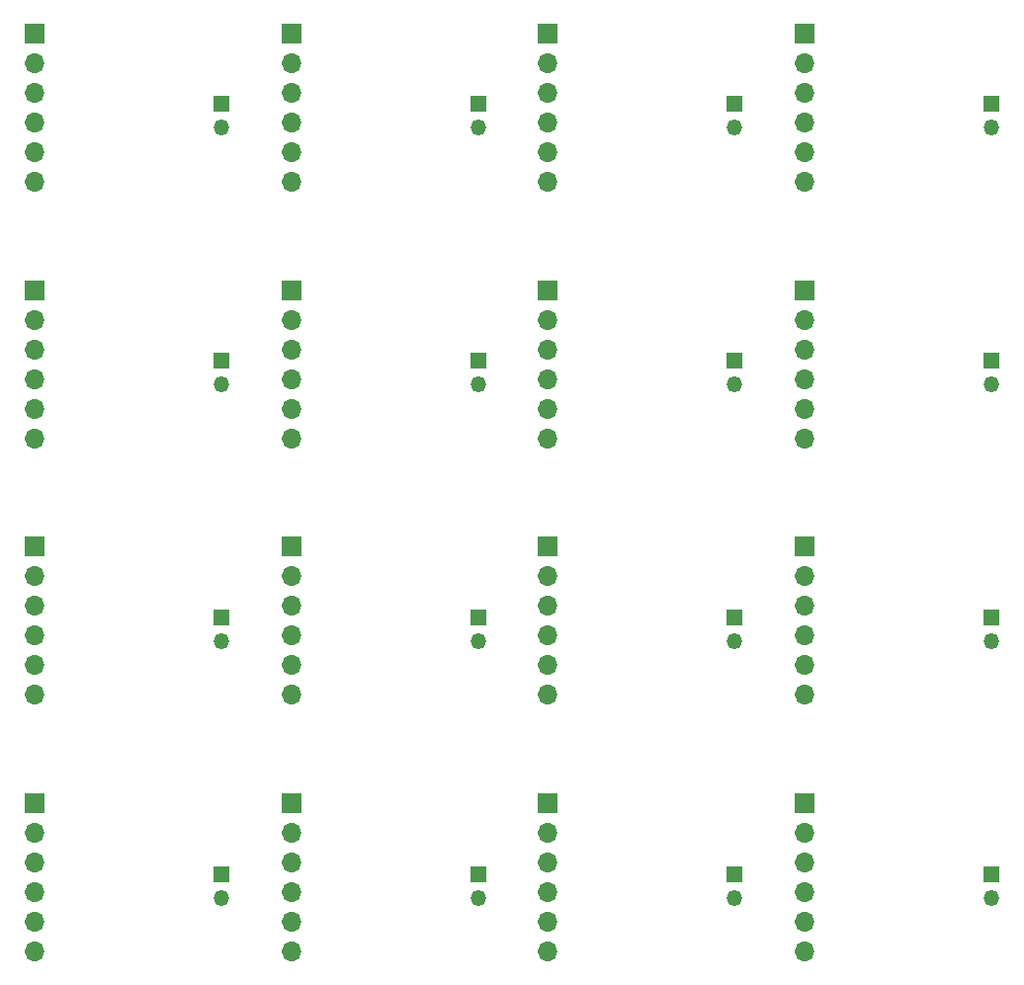
<source format=gbs>
%TF.GenerationSoftware,KiCad,Pcbnew,7.0.9*%
%TF.CreationDate,2024-04-03T23:40:05+09:00*%
%TF.ProjectId,max31855_4_4,6d617833-3138-4353-955f-345f342e6b69,rev?*%
%TF.SameCoordinates,Original*%
%TF.FileFunction,Soldermask,Bot*%
%TF.FilePolarity,Negative*%
%FSLAX46Y46*%
G04 Gerber Fmt 4.6, Leading zero omitted, Abs format (unit mm)*
G04 Created by KiCad (PCBNEW 7.0.9) date 2024-04-03 23:40:05*
%MOMM*%
%LPD*%
G01*
G04 APERTURE LIST*
%ADD10O,1.350000X1.350000*%
%ADD11R,1.350000X1.350000*%
%ADD12O,1.700000X1.700000*%
%ADD13R,1.700000X1.700000*%
G04 APERTURE END LIST*
D10*
%TO.C,J32*%
X174500000Y-128500000D03*
D11*
X174500000Y-126500000D03*
%TD*%
D12*
%TO.C,J31*%
X158500000Y-133120000D03*
X158500000Y-130580000D03*
X158500000Y-128040000D03*
X158500000Y-125500000D03*
X158500000Y-122960000D03*
D13*
X158500000Y-120420000D03*
%TD*%
D10*
%TO.C,J30*%
X152500000Y-128500000D03*
D11*
X152500000Y-126500000D03*
%TD*%
D12*
%TO.C,J29*%
X136500000Y-133120000D03*
X136500000Y-130580000D03*
X136500000Y-128040000D03*
X136500000Y-125500000D03*
X136500000Y-122960000D03*
D13*
X136500000Y-120420000D03*
%TD*%
D10*
%TO.C,J28*%
X130500000Y-128500000D03*
D11*
X130500000Y-126500000D03*
%TD*%
D12*
%TO.C,J27*%
X114500000Y-133120000D03*
X114500000Y-130580000D03*
X114500000Y-128040000D03*
X114500000Y-125500000D03*
X114500000Y-122960000D03*
D13*
X114500000Y-120420000D03*
%TD*%
D10*
%TO.C,J26*%
X108500000Y-128500000D03*
D11*
X108500000Y-126500000D03*
%TD*%
D12*
%TO.C,J25*%
X92500000Y-133120000D03*
X92500000Y-130580000D03*
X92500000Y-128040000D03*
X92500000Y-125500000D03*
X92500000Y-122960000D03*
D13*
X92500000Y-120420000D03*
%TD*%
D10*
%TO.C,J24*%
X174500000Y-106500000D03*
D11*
X174500000Y-104500000D03*
%TD*%
D12*
%TO.C,J23*%
X158500000Y-111120000D03*
X158500000Y-108580000D03*
X158500000Y-106040000D03*
X158500000Y-103500000D03*
X158500000Y-100960000D03*
D13*
X158500000Y-98420000D03*
%TD*%
D10*
%TO.C,J22*%
X152500000Y-106500000D03*
D11*
X152500000Y-104500000D03*
%TD*%
D12*
%TO.C,J21*%
X136500000Y-111120000D03*
X136500000Y-108580000D03*
X136500000Y-106040000D03*
X136500000Y-103500000D03*
X136500000Y-100960000D03*
D13*
X136500000Y-98420000D03*
%TD*%
D10*
%TO.C,J20*%
X130500000Y-106500000D03*
D11*
X130500000Y-104500000D03*
%TD*%
D12*
%TO.C,J19*%
X114500000Y-111120000D03*
X114500000Y-108580000D03*
X114500000Y-106040000D03*
X114500000Y-103500000D03*
X114500000Y-100960000D03*
D13*
X114500000Y-98420000D03*
%TD*%
D10*
%TO.C,J18*%
X108500000Y-106500000D03*
D11*
X108500000Y-104500000D03*
%TD*%
D12*
%TO.C,J17*%
X92500000Y-111120000D03*
X92500000Y-108580000D03*
X92500000Y-106040000D03*
X92500000Y-103500000D03*
X92500000Y-100960000D03*
D13*
X92500000Y-98420000D03*
%TD*%
D10*
%TO.C,J16*%
X174500000Y-84500000D03*
D11*
X174500000Y-82500000D03*
%TD*%
D12*
%TO.C,J15*%
X158500000Y-89120000D03*
X158500000Y-86580000D03*
X158500000Y-84040000D03*
X158500000Y-81500000D03*
X158500000Y-78960000D03*
D13*
X158500000Y-76420000D03*
%TD*%
D10*
%TO.C,J14*%
X152500000Y-84500000D03*
D11*
X152500000Y-82500000D03*
%TD*%
D12*
%TO.C,J13*%
X136500000Y-89120000D03*
X136500000Y-86580000D03*
X136500000Y-84040000D03*
X136500000Y-81500000D03*
X136500000Y-78960000D03*
D13*
X136500000Y-76420000D03*
%TD*%
D10*
%TO.C,J12*%
X130500000Y-84500000D03*
D11*
X130500000Y-82500000D03*
%TD*%
D12*
%TO.C,J11*%
X114500000Y-89120000D03*
X114500000Y-86580000D03*
X114500000Y-84040000D03*
X114500000Y-81500000D03*
X114500000Y-78960000D03*
D13*
X114500000Y-76420000D03*
%TD*%
D10*
%TO.C,J10*%
X108500000Y-84500000D03*
D11*
X108500000Y-82500000D03*
%TD*%
D12*
%TO.C,J9*%
X92500000Y-89120000D03*
X92500000Y-86580000D03*
X92500000Y-84040000D03*
X92500000Y-81500000D03*
X92500000Y-78960000D03*
D13*
X92500000Y-76420000D03*
%TD*%
D10*
%TO.C,J8*%
X174500000Y-62500000D03*
D11*
X174500000Y-60500000D03*
%TD*%
D12*
%TO.C,J7*%
X158500000Y-67120000D03*
X158500000Y-64580000D03*
X158500000Y-62040000D03*
X158500000Y-59500000D03*
X158500000Y-56960000D03*
D13*
X158500000Y-54420000D03*
%TD*%
D10*
%TO.C,J6*%
X152500000Y-62500000D03*
D11*
X152500000Y-60500000D03*
%TD*%
D12*
%TO.C,J5*%
X136500000Y-67120000D03*
X136500000Y-64580000D03*
X136500000Y-62040000D03*
X136500000Y-59500000D03*
X136500000Y-56960000D03*
D13*
X136500000Y-54420000D03*
%TD*%
D10*
%TO.C,J4*%
X130500000Y-62500000D03*
D11*
X130500000Y-60500000D03*
%TD*%
D12*
%TO.C,J3*%
X114500000Y-67120000D03*
X114500000Y-64580000D03*
X114500000Y-62040000D03*
X114500000Y-59500000D03*
X114500000Y-56960000D03*
D13*
X114500000Y-54420000D03*
%TD*%
D12*
%TO.C,J1*%
X92500000Y-67120000D03*
X92500000Y-64580000D03*
X92500000Y-62040000D03*
X92500000Y-59500000D03*
X92500000Y-56960000D03*
D13*
X92500000Y-54420000D03*
%TD*%
D10*
%TO.C,J2*%
X108500000Y-62500000D03*
D11*
X108500000Y-60500000D03*
%TD*%
M02*

</source>
